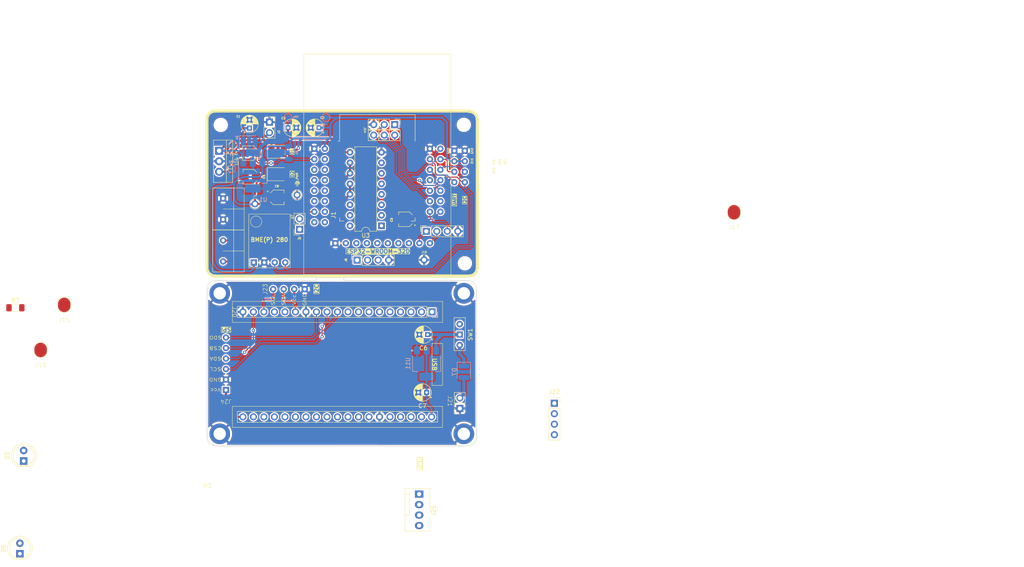
<source format=kicad_pcb>
(kicad_pcb (version 20240108) (generator "pcbnew") (generator_version "8.0")
  (layers (0 "F.Cu" signal) (31 "B.Cu" signal) (34 "B.Paste" user) (35 "F.Paste" user) (36 "B.SilkS" user "B.Silkscreen") (37 "F.SilkS" user "F.Silkscreen") (38 "B.Mask" user) (39 "F.Mask" user) (44 "Edge.Cuts" user))
  (net 0 "")
  (net 1 "GND")
  (net 2 "+3V3")
  (net 3 "+5V")
  (net 4 "/RXD")
  (net 5 "/TXD")
  (net 6 "/SDA")
  (net 7 "/GPIO_33")
  (net 8 "/SCL")
  (net 9 "/OUT3")
  (net 10 "/EN")
  (net 11 "/SOURCE2")
  (net 12 "/SOURCE1")
  (net 13 "/SOURCE3")
  (net 14 "/VDC")
  (net 15 "/DAC1")
  (net 16 "/DAC2")
  (net 17 "/GPIO39")
  (net 18 "/GPIO19")
  (net 19 "/GPIO17")
  (net 20 "/GPIO5")
  (net 21 "/GPIO18")
  (net 22 "/SD_DATA0")
  (net 23 "/ADC2_CH3")
  (net 24 "/SD_DATA3")
  (net 25 "/SD_CMD")
  (net 26 "/SD_CLK")
  (net 27 "/SD_DATA2")
  (net 28 "/SD_DATA1")
  (net 29 "/ADC2_CH0")
  (net 30 "/GPIO23")
  (net 31 "/GPIO36")
  (net 32 "/ADC2_CH2")
  (net 33 "/BOOT")
  (net 34 "/GPIO13")
  (net 35 "/SOURCE4")
  (net 36 "/SOURCE5")
  (net 37 "/SIPO_DATA")
  (net 38 "/SIPO_CLK")
  (net 39 "/SIPO_LATCH")
  (net 40 "/GPIO14")
  (net 41 "/OUT1")
  (net 42 "/VIN")
  (net 43 "Net-(D5-Pad1)")
  (net 44 "Net-(J15-Pin_1)")
  (net 45 "Net-(J19-Pin_1)")
  (net 46 "/OUT2")
  (net 58 "/ESP32-WROOM-32U Node/VIN")
  (net 63 "/ESP32-WROOM-32U Node/VDC")
  (net 74 "/ESP32-WROOM-32U Node/SPI-SDO")
  (net 75 "/ESP32-WROOM-32U Node/TX")
  (net 76 "Net-(D7-A)")
  (net 77 "/ESP32-WROOM-32U Node/SDA-2")
  (net 78 "/ESP32-WROOM-32U Node/SPI-CSB")
  (net 79 "/ESP32-WROOM-32U Node/SPI-SCL")
  (net 80 "/ESP32-WROOM-32U Node/SCL-2")
  (net 81 "/ESP32-WROOM-32U Node/RX")
  (net 82 "/ESP32-WROOM-32U Node/SPI-SDA")
  (net 84 "/ESP32-WROOM-32U Node/12V")
  (net 88 "/I3")
  (net 89 "/I6")
  (net 90 "Net-(U3-I6)")
  (net 92 "Net-(U3-I4)")
  (footprint "Capacitor_THT:CP_Radial_D4.0mm_P2.00mm" (layer "F.Cu") (at 107 44.2 180)
    (property "Reference" "C2")
    (property "Value" "1uF")
  )
  (footprint "LED_SMD:LED_1210_3225Metric_Pad1.42x2.65mm_HandSolder" (layer "F.Cu") (at 97 55.45)
    (property "Reference" "D2")
    (property "Value" "STATUS")
  )
  (footprint "Alexander Footprint Library:Board_65-40" (layer "F.Cu") (at 80 131.25)
    (property "Reference" "H3")
    (property "Value" "Project_Box_Board_65x40")
    (fp_line (start 0 -13) (end 0 -47) (stroke (width 0.05)) (layer "Edge.Cuts"))
    (fp_line (start 3 -50) (end 62 -50) (stroke (width 0.05)) (layer "Edge.Cuts"))
    (fp_line (start 62 -10) (end 3 -10) (stroke (width 0.05)) (layer "Edge.Cuts"))
    (fp_line (start 65 -47) (end 65 -13) (stroke (width 0.05)) (layer "Edge.Cuts"))
    (fp_arc (start 0 -47) (mid 0.87868 -49.12132) (end 3 -50) (stroke (width 0.05)) (layer "Edge.Cuts"))
    (fp_arc (start 3 -10) (mid 0.87868 -10.87868) (end 0 -13) (stroke (width 0.05)) (layer "Edge.Cuts"))
    (fp_arc (start 62 -50) (mid 64.12132 -49.12132) (end 65 -47) (stroke (width 0.05)) (layer "Edge.Cuts"))
    (fp_arc (start 65 -13) (mid 64.12132 -10.87868) (end 62 -10) (stroke (width 0.05)) (layer "Edge.Cuts"))
  )
  (footprint "Capacitor_SMD:CP_Elec_3x5.3" (layer "F.Cu") (at 90.3 50.35 180)
    (property "Reference" "C4")
    (property "Value" "0.1uF")
  )
  (footprint "Resistor_SMD:R_1206_3216Metric_Pad1.30x1.75mm_HandSolder" (layer "F.Cu") (at 33.612 87.7585)
    (property "Reference" "R7")
    (property "Value" "4K7")
  )
  (footprint "LED_THT:LED_D5.0mm" (layer "F.Cu") (at 34.7 147.25 90)
    (property "Reference" "D6")
    (property "Value" "LED_STATUS")
  )
  (footprint "Connector_PinSocket_2.54mm:PinSocket_1x04_P2.54mm_Vertical" (layer "F.Cu") (at 163.88 110.85)
    (property "Reference" "J22")
    (property "Value" "PWR_SATA_Conn_01x04")
  )
  (footprint "Alexander Footprint Library:Pad_1x01_P2.54_SMD" (layer "F.Cu") (at 39.712 102.098)
    (property "Reference" "J19")
    (property "Value" "LED_PWR")
  )
  (footprint "Alexanddr Footprints Library:ESP32-WROOM-Adapter-Socket-2" (layer "F.Cu") (at 121.1 56.9025)
    (property "Reference" "J1")
    (property "Value" "~")
  )
  (footprint "Alexander Footprint Library:Pad_1x01_P2.54_SMD" (layer "F.Cu") (at 45.412 91.198)
    (property "Reference" "J15")
    (property "Value" "LED_PWR")
  )
  (footprint "MountingHole:MountingHole_3mm" (layer "F.Cu") (at 142 43.5)
    (property "Reference" "H1" (hide yes))
    (property "Value" "MountingHole_Pad")
  )
  (footprint "MountingHole:MountingHole_3mm" (layer "F.Cu") (at 83.25 43.53)
    (property "Reference" "H2" (hide yes))
    (property "Value" "MountingHole_Pad")
  )
  (footprint "Alexander Footprints Library:Conn_Terminal_5mm" (layer "F.Cu") (at 83.82 53.69)
    (property "Reference" "J9" (hide yes))
    (property "Value" "Conn_01x02_Socket")
  )
  (footprint "Alexander Footprint Library:Pad_1x01_P2.54_SMD" (layer "F.Cu") (at 207.3 68.7895)
    (property "Reference" "J17")
    (property "Value" "GND")
  )
  (footprint "Connector:FanPinHeader_1x04_P2.54mm_Vertical" (layer "F.Cu") (at 131.2 132.83 -90)
    (property "Reference" "J25")
    (property "Value" "Conn_01x04_Pin")
  )
  (footprint "Capacitor_SMD:CP_Elec_3x5.3" (layer "F.Cu") (at 90.4 56.05 180)
    (property "Reference" "C9")
    (property "Value" "0.1uF")
  )
  (footprint "Capacitor_THT:CP_Radial_D4.0mm_P2.00mm" (layer "F.Cu") (at 133.25 94.25 180)
    (property "Reference" "C6")
    (property "Value" "1uF")
  )
  (footprint "Alexander Footprint Library:PinSocket_1x01_P2.54" (layer "F.Cu") (at 91.5 65.19)
    (property "Reference" "J7")
    (property "Value" "LED_PWR")
  )
  (footprint "Alexander Footprint Library:Conn_SPI" (layer "F.Cu") (at 84.5 112.74 180)
    (property "Reference" "J24")
    (property "Value" "~")
  )
  (footprint "Connector_PinSocket_2.54mm:PinSocket_1x02_P2.54mm_Vertical" (layer "F.Cu") (at 95.025 42.85)
    (property "Reference" "J2")
    (property "Value" "PWR")
  )
  (footprint "Connector_PinSocket_2.54mm:PinSocket_1x04_P2.54mm_Vertical" (layer "F.Cu") (at 116.2 76.225 90)
    (property "Reference" "J6")
    (property "Value" "SOURCE")
  )
  (footprint "Package_DIP:DIP-16_W7.62mm" (layer "F.Cu") (at 122.1 67.925 180)
    (property "Reference" "U3")
    (property "Value" "ULN2003")
  )
  (footprint "Connector_PinSocket_2.54mm:PinSocket_1x04_P2.54mm_Vertical" (layer "F.Cu") (at 132.92 69.25 90)
    (property "Reference" "J10" (hide yes))
    (property "Value" "ADC")
  )
  (footprint "Capacitor_SMD:CP_Elec_3x5.3" (layer "F.Cu") (at 128 66.35 180)
    (property "Reference" "C5")
    (property "Value" "0.1uF")
  )
  (footprint "Alexander Footprint Library:PinSocket_1x02_P2.54" (layer "F.Cu") (at 142.25 107 180)
    (property "Reference" "J21")
    (property "Value" "PWR")
  )
  (footprint "Capacitor_THT:CP_Radial_D4.0mm_P2.00mm" (layer "F.Cu") (at 99.5 44.2)
    (property "Reference" "C3")
    (property "Value" "1uF")
  )
  (footprint "Alexander Footprint Library:Conn_ESP32_WROOM-DevKit-38pins" (layer "F.Cu") (at 86.06 88.75 -90)
    (property "Reference" "J20")
    (property "Value" "~")
  )
  (footprint "Capacitor_SMD:CP_Elec_3x5.3" (layer "F.Cu") (at 96.8 61.05)
    (property "Reference" "C8")
    (property "Value" "10uF")
  )
  (footprint "Alexander Footprint Library:PinSocket_1x01_P2.54" (layer "F.Cu") (at 101.7 63.02)
    (property "Reference" "J18")
    (property "Value" "LED_PWR")
  )
  (footprint "Alexander Footprint Library:Conn_I2C" (layer "F.Cu") (at 111.16 83.25 -90)
    (property "Reference" "J23")
    (property "Value" "I2C")
  )
  (footprint "Connector_PinSocket_2.54mm:PinSocket_1x02_P2.54mm_Vertical" (layer "F.Cu") (at 102.3 68.79 180)
    (property "Reference" "J5")
    (property "Value" "DAC")
  )
  (footprint "Alexander Footprint Library:CONN_2x3" (layer "F.Cu") (at 130.38 43.45 -90)
    (property "Reference" "J14")
    (property "Value" "GPIO")
  )
  (footprint "Alexander Footprints Library:Conn_UART" (layer "F.Cu") (at 139.7 42.15)
    (property "Reference" "J3" (hide yes))
    (property "Value" "UART")
  )
  (footprint "Alexander Footprint Library:SW_Slide-03_7.3x2.5x2.5_P2.54mm" (layer "F.Cu") (at 141 94.25 -90)
    (property "Reference" "SW1")
    (property "Value" "SW_SPDT")
  )
  (footprint "Alexander Footprint Library:PinSocket_1x01_P2.54" (layer "F.Cu") (at 132.4 78.72)
    (property "Reference" "J16")
    (property "Value" "GND")
  )
  (footprint "Capacitor_THT:CP_Radial_D4.0mm_P2.00mm" (layer "F.Cu") (at 90.2 44.3 90)
    (property "Reference" "C1")
    (property "Value" "1uF")
  )
  (footprint "Alexander Footprint Library:BME280_BMP280_I2C" (layer "F.Cu") (at 90 78.1 90)
    (property "Reference" "U7")
    (property "Value" "BME(P)280")
  )
  (footprint "Capacitor_THT:CP_Radial_D4.0mm_P2.00mm" (layer "F.Cu") (at 133 108.25 180)
    (property "Reference" "C7")
    (property "Value" "1uF")
  )
  (footprint "Alexander Footprint Library:LD1117" (layer "F.Cu") (at 82.855 49.77 -90)
    (property "Reference" "U4")
    (property "Value" "L7805")
  )
  (footprint "Alexander Footprints Library:Conn_I2C" (layer "F.Cu") (at 142.24 42.15)
    (property "Reference" "J4" (hide yes))
    (property "Value" "I2C")
  )
  (footprint "LED_THT:LED_D5.0mm" (layer "F.Cu") (at 35.612 124.8335 90)
    (property "Reference" "D5")
    (property "Value" "LED_PWR")
  )
  (footprint "LED_SMD:LED_1210_3225Metric_Pad1.42x2.65mm_HandSolder" (layer "F.Cu") (at 97 50)
    (property "Reference" "D1")
    (property "Value" "PWR")
  )
  (footprint "MountingHole:MountingHole_3mm" (layer "F.Cu") (at 142.25 77)
    (property "Reference" "H4" (hide yes))
    (property "Value" "MountingHole_Pad")
  )
  (footprint "Alexander Footprints Library:Conn_Terminal_5mm" (layer "F.Cu") (at 83.82 63.85)
    (property "Reference" "J8" (hide yes))
    (property "Value" "Conn_01x02_Socket")
  )
  (footprint "TestPoint:TestPoint_Pad_D1.5mm" (layer "B.Cu") (at 99.5 41.75 180)
    (property "Reference" "TP4")
    (property "Value" "5V")
  )
  (footprint "TestPoint:TestPoint_Pad_D1.5mm" (layer "B.Cu") (at 108.7 41.75 180)
    (property "Reference" "TP3")
    (property "Value" "3V3")
  )
  (footprint "Diode_SMD:D_1210_3225Metric" (layer "B.Cu") (at 142 103.25 -90)
    (property "Reference" "D7")
    (property "Value" "D")
  )
  (footprint "Resistor_SMD:R_1206_3216Metric_Pad1.30x1.75mm_HandSolder" (layer "B.Cu") (at 99.7 50.25 -90)
    (property "Reference" "R1")
    (property "Value" "10K")
  )
  (footprint "Diode_SMD:D_1210_3225Metric" (layer "B.Cu") (at 90.1 47.75)
    (property "Reference" "D4")
    (property "Value" "D")
  )
  (footprint "TestPoint:TestPoint_Pad_D1.5mm" (layer "B.Cu") (at 86.2 48.45 180)
    (property "Reference" "TP1")
    (property "Value" "VIN")
  )
  (footprint "TestPoint:TestPoint_Pad_D1.5mm" (layer "B.Cu") (at 85.9 54.15 180)
    (property "Reference" "TP2")
    (property "Value" "GND")
  )
  (footprint "Package_TO_SOT_SMD:SOT-223-3_TabPin2" (layer "B.Cu") (at 91 55.75 -90)
    (property "Reference" "U1")
    (property "Value" "AMS1117-3V3")
  )
  (footprint "Package_TO_SOT_SMD:SOT-223-3_TabPin2" (layer "B.Cu") (at 133 101.25 -90)
    (property "Reference" "U11")
    (property "Value" "AMS1117-5.0")
  )
  (gr_line (start 145.25 42.11421) (end 145.25 78.085782) (stroke (width 0.75)) (layer "F.SilkS"))
  (gr_line (start 81.914218 40.164218) (end 143.08579 40.164218) (stroke (width 0.75)) (layer "F.SilkS"))
  (gr_arc (start 145.25 78.085782) (mid 144.66422 79.500007) (end 143.25 80.085782) (stroke (width 0.75)) (layer "F.SilkS"))
  (gr_line (start 79.914218 42.11421) (end 79.914218 78.085782) (stroke (width 0.75)) (layer "F.SilkS"))
  (gr_arc (start 81.914218 80.085782) (mid 80.499999 79.500001) (end 79.914218 78.085782) (stroke (width 0.75)) (layer "F.SilkS"))
  (gr_arc (start 143.25 40.25) (mid 144.664214 40.835786) (end 145.25 42.25) (stroke (width 0.75)) (layer "F.SilkS"))
  (gr_arc (start 79.914218 42.164218) (mid 80.499999 40.749999) (end 81.914218 40.164218) (stroke (width 0.75)) (layer "F.SilkS"))
  (gr_line (start 81.914214 80.085782) (end 143.085786 80.085782) (stroke (width 0.75)) (layer "F.SilkS"))
  (gr_line (start 82.014214 80.235786) (end 106.4 80.25) (stroke (width 0.1)) (layer "Edge.Cuts"))
  (gr_line (start 80 42.25) (end 80.014214 78.235786) (stroke (width 0.1)) (layer "Edge.Cuts"))
  (gr_arc (start 79.921321 83.157107) (mid 80.507106 81.742896) (end 81.921321 81.157107) (stroke (width 0.1)) (layer "Edge.Cuts"))
  (gr_line (start 81.921321 121.128679) (end 143.107107 121.142893) (stroke (width 0.1)) (layer "Edge.Cuts"))
  (gr_arc (start 81.921321 121.128679) (mid 80.507101 120.542899) (end 79.921321 119.128679) (stroke (width 0.1)) (layer "Edge.Cuts"))
  (gr_line (start 143.092893 81.157107) (end 113 81.15) (stroke (width 0.1)) (layer "Edge.Cuts"))
  (gr_arc (start 145.107107 119.142893) (mid 144.521321 120.557107) (end 143.107107 121.142893) (stroke (width 0.1)) (layer "Edge.Cuts"))
  (gr_line (start 106.4 81.15) (end 81.921321 81.157107) (stroke (width 0.1)) (layer "Edge.Cuts"))
  (gr_arc (start 143.185786 40.264214) (mid 144.600004 40.849996) (end 145.185786 42.264214) (stroke (width 0.1)) (layer "Edge.Cuts"))
  (gr_line (start 113 80.25) (end 143.185786 80.235786) (stroke (width 0.1)) (layer "Edge.Cuts"))
  (gr_arc (start 82.014214 80.235786) (mid 80.599996 79.650004) (end 80.014214 78.235786) (stroke (width 0.1)) (layer "Edge.Cuts"))
  (gr_line (start 145.185786 42.264214) (end 145.185786 78.235786) (stroke (width 0.1)) (layer "Edge.Cuts"))
  (gr_arc (start 80 42.25) (mid 80.585786 40.835786) (end 82 40.25) (stroke (width 0.1)) (layer "Edge.Cuts"))
  (gr_line (start 145.107107 119.142893) (end 145.092893 83.157107) (stroke (width 0.1)) (layer "Edge.Cuts"))
  (gr_line (start 79.921321 119.128679) (end 79.921321 83.157107) (stroke (width 0.1)) (layer "Edge.Cuts"))
  (gr_line (start 106.4 81.15) (end 106.4 80.25) (stroke (width 0.1)) (layer "Edge.Cuts"))
  (gr_arc (start 145.185786 78.235786) (mid 144.600004 79.650004) (end 143.185786 80.235786) (stroke (width 0.1)) (layer "Edge.Cuts"))
  (gr_arc (start 143.092893 81.157107) (mid 144.507112 81.742888) (end 145.092893 83.157107) (stroke (width 0.1)) (layer "Edge.Cuts"))
  (gr_line (start 113 81.15) (end 113 80.25) (stroke (width 0.1)) (layer "Edge.Cuts"))
  (gr_line (start 143.185786 40.264214) (end 82 40.25) (stroke (width 0.1)) (layer "Edge.Cuts"))
  (gr_text "PWR" (at 132 127.25 90) (layer "F.SilkS" knockout) (effects (font (size 1 1) (thickness 0.25) (bold yes)) (justify left bottom)))
  (segment (start 84.21 66) (end 83.82 66.39) (width 0.5) (layer "F.Cu") (net 1))
  (segment (start 95.5 54.8625) (end 95.5125 54.85) (width 0.25) (layer "F.Cu") (net 1))
  (segment (start 95.5 55.4625) (end 95.5125 55.45) (width 0.25) (layer "F.Cu") (net 1))
  (segment (start 91.5 59.65) (end 91.9 59.25) (width 0.5) (layer "F.Cu") (net 2))
  (segment (start 101.15 50) (end 102 49.15) (width 0.5) (layer "F.Cu") (net 2))
  (segment (start 84.5 107.66) (end 84.5 112.25) (width 0.5) (layer "F.Cu") (net 2))
  (segment (start 87.75 85.75) (end 100 85.75) (width 0.5) (layer "F.Cu") (net 2))
  (segment (start 94.63 62.62) (end 91.5 62.62) (width 0.5) (layer "F.Cu") (net 2))
  (segment (start 101 84.75) (end 101 83.25) (width 0.5) (layer "F.Cu") (net 2))
  (segment (start 88.6 114.15) (end 86.4 114.15) (width 0.5) (layer "F.Cu") (net 2))
  (segment (start 84.5 112.25) (end 85.25 113) (width 0.5) (layer "F.Cu") (net 2))
  (segment (start 91.9 59.25) (end 91.9 56.05) (width 0.5) (layer "F.Cu") (net 2))
  (segment (start 98.4875 50) (end 101.15 50) (width 0.5) (layer "F.Cu") (net 2))
  (segment (start 95.3 61.05) (end 95.3 61.95) (width 0.5) (layer "F.Cu") (net 2))
  (segment (start 95.3 61.95) (end 94.63 62.62) (width 0.5) (layer "F.Cu") (net 2))
  (segment (start 82.25 110) (end 82.25 91.25) (width 0.5) (layer "F.Cu") (net 2))
  (segment (start 91.5 62.62) (end 91.5 59.65) (width 0.5) (layer "F.Cu") (net 2))
  (segment (start 82.25 91.25) (end 87.75 85.75) (width 0.5) (layer "F.Cu") (net 2))
  (segment (start 86.4 114.15) (end 85.25 113) (width 0.5) (layer "F.Cu") (net 2))
  (segment (start 100 85.75) (end 101 84.75) (width 0.5) (layer "F.Cu") (net 2))
  (segment (start 85.25 113) (end 82.25 110) (width 0.5) (layer "F.Cu") (net 2))
  (via (at 102 49.15) (size 0.8) (drill 0.4) (layers "F.Cu" "B.Cu") (net 2))
  (segment (start 96.075 48.7) (end 97.525 48.7) (width 0.5) (layer "B.Cu") (net 2))
  (segment (start 108.4 49.2825) (end 108.4 47.85) (width 0.5) (layer "B.Cu") (net 2))
  (segment (start 109.408578 44.2) (end 107 44.2) (width 0.5) (layer "B.Cu") (net 2))
  (segment (start 109.5 46.75) (end 109.75 46.5) (width 0.5) (layer "B.Cu") (net 2))
  (segment (start 81.3 75.997918) (end 81.3 59.75104) (width 0.5) (layer "B.Cu") (net 2))
  (segment (start 93.3 54.905025) (end 93.3 52.6) (width 0.5) (layer "B.Cu") (net 2))
  (segment (start 100 48.7) (end 100 48.03033) (width 0.5) (layer "B.Cu") (net 2))
  (segment (start 137.9 51.55) (end 138.66 52.31) (width 0.5) (layer "B.Cu") (net 2))
  (segment (start 84.202081 78.9) (end 89.990883 78.9) (width 0.5) (layer "B.Cu") (net 2))
  (segment (start 109.75 45) (end 109.75 44.141421) (width 0.5) (layer "B.Cu") (net 2))
  (segment (start 103 46.75) (end 101.28033 46.75) (width 0.5) (layer "B.Cu") (net 2))
  (segment (start 109.75 43.858578) (end 109.75 44.141421) (width 0.5) (layer "B.Cu") (net 2))
  (segment (start 138.66 52.31) (end 139.7 52.31) (width 0.5) (layer "B.Cu") (net 2))
  (segment (start 139.7 52.31) (end 142.24 52.31) (width 0.5) (layer "B.Cu") (net 2))
  (segment (start 129.1 41.75) (end 136.8 41.75) (width 0.5) (layer "B.Cu") (net 2))
  (segment (start 112.31066 41.75) (end 129.1 41.75) (width 0.5) (layer "B.Cu") (net 2))
  (segment (start 88.207106 62.75) (end 91.5 62.75) (width 0.5) (layer "B.Cu") (net 2))
  (segment (start 86.5 61.042893) (end 86.5 57.5) (width 0.5) (layer "B.Cu") (net 2))
  (segment (start 103 46.75) (end 109.5 46.75) (width 0.5) (layer "B.Cu") (net 2))
  (segment (start 137.9 42.85) (end 137.9 51.55) (width 0.5) (layer "B.Cu") (net 2))
  (segment (start 91.22 77.670883) (end 91.22 76.8) (width 0.5) (layer "B.Cu") (net 2))
  (segment (start 89.455634 56.1) (end 92.105025 56.1) (width 0.5) (layer "B.Cu") (net 2))
  (segment (start 96.075 48.7) (end 95.177817 48.7) (width 0.5) (layer "B.Cu") (net 2))
  (segment (start 136.8 41.75) (end 137.9 42.85) (width 0.5) (layer "B.Cu") (net 2))
  (segment (start 108.4 47.85) (end 109.75 46.5) (width 0.5) (layer "B.Cu") (net 2))
  (segment (start 109.75 46.5) (end 109.75 45) (width 0.5) (layer "B.Cu") (net 2))
  (segment (start 110.015165 42.984834) (end 110.5 42.5) (width 0.5) (layer "B.Cu") (net 2))
  (segment (start 102 47.75) (end 103 46.75) (width 0.5) (layer "B.Cu") (net 2))
  (segment (start 109.75 43.858578) (end 109.75 43.625) (width 0.5) (layer "B.Cu") (net 2))
  (segment (start 93.3 52.6) (end 93.3 50.577817) (width 0.5) (layer "B.Cu") (net 2))
  (segment (start 82.75104 58.3) (end 84.144365 58.3) (width 0.5) (layer "B.Cu") (net 2))
  (segment (start 102 49.15) (end 102 47.75) (width 0.5) (layer "B.Cu") (net 2))
  (segment (start 129.3 41.75) (end 129.1 41.75) (width 0.5) (layer "B.Cu") (net 2))
  (segment (start 108.7 41.75) (end 112.31066 41.75) (width 0.5) (layer "B.Cu") (net 2))
  (segment (start 100 48.7) (end 97.525 48.7) (width 0.5) (layer "B.Cu") (net 2))
  (arc (start 93.3 54.905025) (mid 93.209037 55.362322) (end 92.95 55.75) (width 0.5) (layer "B.Cu") (net 2))
  (arc (start 86.8 57.2) (mid 85.581584 58.014119) (end 84.144365 58.3) (width 0.5) (layer "B.Cu") (net 2))
  (arc (start 89.455634 56.1) (mid 88.018415 56.38588) (end 86.8 57.2) (width 0.5) (layer "B.Cu") (net 2))
  (arc (start 86.5 61.042893) (mid 86.629945 61.696174) (end 87 62.25) (width 0.5) (layer "B.Cu") (net 2))
  (arc (start 82.75104 58.3) (mid 82.195751 58.410453) (end 81.725 58.725) (width 0.5) (layer "B.Cu") (net 2))
  (arc (start 92.95 55.75) (mid 92.562322 56.009037) (end 92.105025 56.1) (width 0.5) (layer "B.Cu") (net 2))
  (arc (start 109.75 43.625) (mid 109.818914 43.278544) (end 110.015165 42.984834) (width 0.5) (layer "B.Cu") (net 2))
  (arc (start 95.177817 48.7) (mid 94.459207 48.84294) (end 93.85 49.25) (width 0.5) (layer "B.Cu") (net 2))
  (arc (start 82.15 78.05) (mid 83.091502 78.679092) (end 84.202081 78.9) (width 0.5) (layer "B.Cu") (net 2))
  (arc (start 109.75 44.141421) (mid 109.713838 44.087301) (end 109.65 44.1) (width 0.5) (layer "B.Cu") (net 2))
  (arc (start 93.85 49.25) (mid 93.44294 49.859207) (end 93.3 50.577817) (width 0.5) (layer "B.Cu") (net 2))
  (arc (start 90.86 78.54) (mid 90.461245 78.806439) (end 89.990883 78.9) (width 0.5) (layer "B.Cu") (net 2))
  (arc (start 109.65 44.1) (mid 109.539234 44.17401) (end 109.408578 44.2) (width 0.5) (layer "B.Cu") (net 2))
  (arc (start 87 62.25) (mid 87.553825 62.620054) (end 88.207106 62.75) (width 0.5) (layer "B.Cu") (net 2))
  (arc (start 81.725 58.725) (mid 81.410453 59.195751) (end 81.3 59.75104) (width 0.5) (layer "B.Cu") (net 2))
  (arc (start 101.28033 46.75) (mid 100.790368 46.847459) (end 100.375 47.125) (width 0.5) (layer "B.Cu") (net 2))
  (arc (start 91.22 77.670883) (mid 91.126439 78.141245) (end 90.86 78.54) (width 0.5) (layer "B.Cu") (net 2))
  (arc (start 110.5 42.5) (mid 111.330737 41.944918) (end 112.31066 41.75) (width 0.5) (layer "B.Cu") (net 2))
  (arc (start 109.65 44.1) (mid 109.72401 43.989234) (end 109.75 43.858578) (width 0.5) (layer "B.Cu") (net 2))
  (arc (start 100.375 47.125) (mid 100.097459 47.540368) (end 100 48.03033) (width 0.5) (layer "B.Cu") (net 2))
  (arc (start 81.3 75.997918) (mid 81.520907 77.108496) (end 82.15 78.05) (width 0.5) (layer "B.Cu") (net 2))
  (segment (start 99.5 45.693413) (end 99.5 44.2) (width 0.5) (layer "F.Cu") (net 3))
  (segment (start 111.2 46.85) (end 100.365867 46.85) (width 0.5) (layer "F.Cu") (net 3))
  (segment (start 98.6375 46.9625) (end 99.2125 46.3875) (width 0.5) (layer "F.Cu") (net 3))
  (segment (start 100.365867 46.85) (end 99.465867 45.95) (width 0.5) (layer "F.Cu") (net 3))
  (segment (start 112 47.65) (end 111.2 46.85) (width 0.5) (layer "F.Cu") (net 3))
  (segment (start 112 49.15) (end 112 47.65) (width 0.5) (layer "F.Cu") (net 3))
  (segment (start 88.1 47.25) (end 97.943413 47.25) (width 0.5) (layer "F.Cu") (net 3))
  (segment (start 84.9 54.85) (end 85.4 54.35) (width 0.5) (layer "F.Cu") (net 3))
  (segment (start 85.4 54.35) (end 85.4 49.95) (width 0.5) (layer "F.Cu") (net 3))
  (segment (start 114.48 50.145) (end 112.995 50.145) (width 0.5) (layer "F.Cu") (net 3))
  (segment (start 112.995 50.145) (end 112 49.15) (width 0.5) (layer "F.Cu") (net 3))
  (segment (start 82.855 54.85) (end 84.9 54.85) (width 0.5) (layer "F.Cu") (net 3))
  (segment (start 85.4 49.95) (end 88.1 47.25) (width 0.5) (layer "F.Cu") (net 3))
  (arc (start 97.943413 47.25) (mid 98.31905 47.175281) (end 98.6375 46.9625) (width 0.5) (layer "F.Cu") (net 3))
  (arc (start 99.5 45.693413) (mid 99.425281 46.06905) (end 99.2125 46.3875) (width 0.5) (layer "F.Cu") (net 3))
  (segment (start 133 98.1) (end 133 104.4) (width 0.5) (layer "B.Cu") (net 3))
  (segment (start 133 108.25) (end 133 104.4) (width 0.5) (layer "B.Cu") (net 3))
  (segment (start 133 111) (end 133 108.25) (width 0.5) (layer "B.Cu") (net 3))
  (segment (start 134.21 114.15) (end 134.21 112.21) (width 0.5) (layer "B.Cu") (net 3))
  (segment (start 134.21 112.21) (end 133 111) (width 0.5) (layer "B.Cu") (net 3))
  (segment (start 99.5 42.25) (end 99.5 44.2) (width 0.25) (layer "B.Cu") (net 3))
  (segment (start 139.7 57.35) (end 139.7 57.39) (width 0.25) (layer "F.Cu") (net 4))
  (segment (start 140.3 57.45) (end 139.3 57.45) (width 0.25) (layer "F.Cu") (net 4))
  (segment (start 139.04 57.39) (end 139.7 57.39) (width 0.25) (layer "F.Cu") (net 4))
  (segment (start 137.96 55.65) (end 139.7 57.39) (width 0.25) (layer "B.Cu") (net 4))
  (segment (start 133.8 54.3625) (end 135.0875 55.65) (width 0.25) (layer "B.Cu") (net 4))
  (segment (start 135.0875 55.65) (end 137.96 55.65) (width 0.25) (layer "B.Cu") (net 4))
  (segment (start 138 52.25) (end 137.5725 51.8225) (width 0.25) (layer "F.Cu") (net 5))
  (segment (start 139.7 54.85) (end 138.3 54.85) (width 0.25) (layer "F.Cu") (net 5))
  (segment (start 137.5725 51.8225) (end 136.34 51.8225) (width 0.25) (layer "F.Cu") (net 5))
  (segment (start 138 54.55) (end 138 52.25) (width 0.25) (layer "F.Cu") (net 5))
  (segment (start 138.3 54.85) (end 138 54.55) (width 0.25) (layer "F.Cu") (net 5))
  (segment (start 139.7 54.85) (end 139.5 54.85) (width 0.25) (layer "F.Cu") (net 5))
  (segment (start 142.24 54.85) (end 142.24 55.51) (width 0.25) (layer "F.Cu") (net 6))
  (segment (start 98.84 76.8) (end 98.84 78.09) (width 0.25) (layer "B.Cu") (net 6))
  (segment (start 141 57.95) (end 141 56.09) (width 0.25) (layer "B.Cu") (net 6))
  (segment (start 140.990501 53.600501) (end 142.24 54.85) (width 0.25) (layer "B.Cu") (net 6))
  (segment (start 136.34 54.3625) (end 137.101999 53.600501) (width 0.25) (layer "B.Cu") (net 6))
  (segment (start 143.281802 72.781802) (end 143.55 72.513604) (width 0.25) (layer "B.Cu") (net 6))
  (segment (start 99.4 78.65) (end 130.7 78.65) (width 0.25) (layer "B.Cu") (net 6))
  (segment (start 130.7 78.65) (end 134.55 78.65) (width 0.25) (layer "B.Cu") (net 6))
  (segment (start 143.55 72.513604) (end 143.55 60.5) (width 0.25) (layer "B.Cu") (net 6))
  (segment (start 143.55 60.5) (end 141 57.95) (width 0.25) (layer "B.Cu") (net 6))
  (segment (start 140.418198 72.781802) (end 143.281802 72.781802) (width 0.25) (layer "B.Cu") (net 6))
  (segment (start 98.84 78.09) (end 99.4 78.65) (width 0.25) (layer "B.Cu") (net 6))
  (segment (start 141 56.09) (end 142.24 54.85) (width 0.25) (layer "B.Cu") (net 6))
  (segment (start 137.101999 53.600501) (end 140.990501 53.600501) (width 0.25) (layer "B.Cu") (net 6))
  (segment (start 134.55 78.65) (end 140.418198 72.781802) (width 0.25) (layer "B.Cu") (net 6))
  (segment (start 135.1 55.15) (end 135.6 55.65) (width 0.25) (layer "F.Cu") (net 8))
  (segment (start 133.8 51.8225) (end 135.1 53.1225) (width 0.25) (layer "F.Cu") (net 8))
  (segment (start 141.603604 57.39) (end 142.24 57.39) (width 0.25) (layer "F.Cu") (net 8))
  (segment (start 137.3 55.65) (end 137.8 56.15) (width 0.25) (layer "F.Cu") (net 8))
  (segment (start 135.1 53.1225) (end 135.1 55.15) (width 0.25) (layer "F.Cu") (net 8))
  (segment (start 135.6 55.65) (end 137.3 55.65) (width 0.25) (layer "F.Cu") (net 8))
  (segment (start 140.363604 56.15) (end 141.603604 57.39) (width 0.25) (layer "F.Cu") (net 8))
  (segment (start 137.8 56.15) (end 140.363604 56.15) (width 0.25) (layer "F.Cu") (net 8))
  (segment (start 142.24 58.553604) (end 142.24 57.39) (width 0.25) (layer "B.Cu") (net 8))
  (segment (start 144 72.7) (end 144 60.313604) (width 0.25) (layer "B.Cu") (net 8))
  (segment (start 134.8 79.1) (end 140.6 73.3) (width 0.25) (layer "B.Cu") (net 8))
  (segment (start 140.6 73.3) (end 143.4 73.3) (width 0.25) (layer "B.Cu") (net 8))
  (segment (start 96.3 76.8) (end 96.3 78.45) (width 0.25) (layer "B.Cu") (net 8))
  (segment (start 143.4 73.3) (end 144 72.7) (width 0.25) (layer "B.Cu") (net 8))
  (segment (start 96.3 78.45) (end 96.95 79.1) (width 0.25) (layer "B.Cu") (net 8))
  (segment (start 144 60.313604) (end 142.24 58.553604) (width 0.25) (layer "B.Cu") (net 8))
  (segment (start 96.95 79.1) (end 134.8 79.1) (width 0.25) (layer "B.Cu") (net 8))
  (segment (start 92.3 52.75) (end 91.8 52.25) (width 0.25) (layer "F.Cu") (net 10))
  (segment (start 91.8 52.25) (end 91.8 50.35) (width 0.25) (layer "F.Cu") (net 10))
  (segment (start 95.4 52.75) (end 92.3 52.75) (width 0.25) (layer "F.Cu") (net 10))
  (via (at 95.4 52.75) (size 0.8) (drill 0.4) (layers "F.Cu" "B.Cu") (net 10))
  (segment (start 95.4 52.75) (end 96.7 52.75) (width 0.25) (layer "B.Cu") (net 10))
  (segment (start 101.4 51.8) (end 101.45 51.8) (width 0.25) (layer "B.Cu") (net 10))
  (segment (start 105.86 51.8225) (end 101.4225 51.8225) (width 0.25) (layer "B.Cu") (net 10))
  (segment (start 99.7 51.8) (end 101.4 51.8) (width 0.25) (layer "B.Cu") (net 10))
  (segment (start 97.65 51.8) (end 99.7 51.8) (width 0.25) (layer "B.Cu") (net 10))
  (segment (start 101.4225 51.8225) (end 101.4 51.8) (width 0.25) (layer "B.Cu") (net 10))
  (segment (start 96.7 52.75) (end 97.65 51.8) (width 0.25) (layer "B.Cu") (net 10))
  (segment (start 111.2 66.85) (end 111.2 58.505) (width 0.5) (layer "F.Cu") (net 11))
  (segment (start 111.2 58.505) (end 114.48 55.225) (width 0.5) (layer "F.Cu") (net 11))
  (segment (start 83.82 71.47) (end 86.37 71.47) (width 0.5) (layer "F.Cu") (net 11))
  (segment (start 114.48 55.225) (end 114.48 52.685) (width 0.5) (layer "F.Cu") (net 11))
  (segment (start 86.37 71.47) (end 88 73.1) (width 0.5) (layer "F.Cu") (net 11))
  (segment (start 104.95 73.1) (end 111.2 66.85) (width 0.5) (layer "F.Cu") (net 11))
  (segment (start 88 73.1) (end 104.95 73.1) (width 0.5) (layer "F.Cu") (net 11))
  (segment (start 83.82 76.55) (end 86.275 76.55) (width 0.5) (layer "F.Cu") (net 12))
  (segment (start 104.8 74.75) (end 112.2 67.35) (width 0.5) (layer "F.Cu") (net 12))
  (segment (start 112.2 62.585) (end 114.48 60.305) (width 0.5) (layer "F.Cu") (net 12))
  (segment (start 86.275 76.55) (end 88.075 74.75) (width 0.5) (layer "F.Cu") (net 12))
  (segment (start 114.48 60.305) (end 114.48 57.765) (width 0.5) (layer "F.Cu") (net 12))
  (segment (start 112.2 67.35) (end 112.2 62.585) (width 0.5) (layer "F.Cu") (net 12))
  (segment (start 88.075 74.75) (end 104.8 74.75) (width 0.5) (layer "F.Cu") (net 12))
  (segment (start 95.025 45.425) (end 92.7 47.75) (width 0.5) (layer "B.Cu") (net 14))
  (segment (start 92.7 47.75) (end 91.5 47.75) (width 0.5) (layer "B.Cu") (net 14))
  (segment (start 95.025 45.39) (end 95.025 45.425) (width 0.5) (layer "B.Cu") (net 14))
  (segment (start 132.5 58.15) (end 135.0925 58.15) (width 0.25) (layer "F.Cu") (net 18))
  (segment (start 131.3 56.95) (end 132.5 58.15) (width 0.25) (layer "F.Cu") (net 18))
  (segment (start 135.0925 58.15) (end 136.34 56.9025) (width 0.25) (layer "F.Cu") (net 18))
  (via (at 131.3 56.95) (size 0.8) (drill 0.4) (layers "F.Cu" "B.Cu") (net 18))
  (segment (start 129.636396 56.95) (end 127.25 54.563604) (width 0.25) (layer "B.Cu") (net 18))
  (segment (start 127.25 49.7) (end 125.3 47.75) (width 0.25) (layer "B.Cu") (net 18))
  (segment (start 125.3 47.75) (end 125.3 45.99) (width 0.25) (layer "B.Cu") (net 18))
  (segment (start 127.25 54.563604) (end 127.25 49.7) (width 0.25) (layer "B.Cu") (net 18))
  (segment (start 131.3 56.95) (end 129.636396 56.95) (width 0.25) (layer "B.Cu") (net 18))
  (segment (start 130.8 59.05) (end 129.7 59.05) (width 0.25) (layer "B.Cu") (net 19))
  (segment (start 123.255812 47.615) (end 121.865 47.615) (width 0.25) (layer "B.Cu") (net 19))
  (segment (start 133.7325 61.9825) (end 130.8 59.05) (width 0.25) (layer "B.Cu") (net 19))
  (segment (start 133.8 61.9825) (end 133.7325 61.9825) (width 0.25) (layer "B.Cu") (net 19))
  (segment (start 121.865 47.615) (end 120.24 45.99) (width 0.25) (layer "B.Cu") (net 19))
  (segment (start 129.7 59.05) (end 125.7 55.05) (width 0.25) (layer "B.Cu") (net 19))
  (segment (start 125.7 50.059188) (end 123.255812 47.615) (width 0.25) (layer "B.Cu") (net 19))
  (segment (start 125.7 55.05) (end 125.7 50.059188) (width 0.25) (layer "B.Cu") (net 19))
  (segment (start 120.24 45.99) (end 120.22 45.99) (width 0.25) (layer "B.Cu") (net 19))
  (segment (start 130.2 58.15) (end 135.0475 58.15) (width 0.25) (layer "B.Cu") (net 20))
  (segment (start 126.8 54.75) (end 130.2 58.15) (width 0.25) (layer "B.Cu") (net 20))
  (segment (start 122.903604 45.99) (end 126.8 49.886396) (width 0.25) (layer "B.Cu") (net 20))
  (segment (start 135.0475 58.15) (end 136.34 59.4425) (width 0.25) (layer "B.Cu") (net 20))
  (segment (start 122.76 45.99) (end 122.903604 45.99) (width 0.25) (layer "B.Cu") (net 20))
  (segment (start 126.8 49.886396) (end 126.8 54.75) (width 0.25) (layer "B.Cu") (net 20))
  (segment (start 126.35 55.063604) (end 126.35 50.072792) (width 0.25) (layer "B.Cu") (net 21))
  (segment (start 126.35 50.072792) (end 123.442208 47.165) (width 0.25) (layer "B.Cu") (net 21))
  (segment (start 123.442208 47.165) (end 122.051396 47.165) (width 0.25) (layer "B.Cu") (net 21))
  (segment (start 121.5 46.613604) (end 121.5 44.71) (width 0.25) (layer "B.Cu") (net 21))
  (segment (start 129.886396 58.6) (end 126.35 55.063604) (width 0.25) (layer "B.Cu") (net 21))
  (segment (start 121.5 44.71) (end 122.76 43.45) (width 0.25) (layer "B.Cu") (net 21))
  (segment (start 132.9575 58.6) (end 129.886396 58.6) (width 0.25) (layer "B.Cu") (net 21))
  (segment (start 133.8 59.4425) (end 132.9575 58.6) (width 0.25) (layer "B.Cu") (net 21))
  (segment (start 122.051396 47.165) (end 121.5 46.613604) (width 0.25) (layer "B.Cu") (net 21))
  (segment (start 131.26 70.91) (end 132.92 69.25) (width 0.25) (layer "B.Cu") (net 23))
  (segment (start 131.26 72.1425) (end 131.26 70.91) (width 0.25) (layer "B.Cu") (net 23))
  (segment (start 137.3 66.95) (end 134.8 66.95) (width 0.25) (layer "B.Cu") (net 29))
  (segment (start 138 69.25) (end 138 67.65) (width 0.25) (layer "B.Cu") (net 29))
  (segment (start 138 67.65) (end 137.3 66.95) (width 0.25) (layer "B.Cu") (net 29))
  (segment (start 134.8 66.95) (end 133.8 65.95) (width 0.25) (layer "B.Cu") (net 29))
  (segment (start 133.8 65.95) (end 133.8 64.5225) (width 0.25) (layer "B.Cu") (net 29))
  (segment (start 128.672792 55.35) (end 130.8 55.35) (width 0.25) (layer "B.Cu") (net 30))
  (segment (start 126.7 44.85) (end 126.7 48.45) (width 0.25) (layer "B.Cu") (net 30))
  (segment (start 126.7 48.45) (end 127.7 49.45) (width 0.25) (layer "B.Cu") (net 30))
  (segment (start 125.3 43.45) (end 126.7 44.85) (width 0.25) (layer "B.Cu") (net 30))
  (segment (start 135.1 50.5225) (end 136.34 49.2825) (width 0.25) (layer "B.Cu") (net 30))
  (segment (start 133 53.15) (end 134.1 53.15) (width 0.25) (layer "B.Cu") (net 30))
  (segment (start 127.7 49.45) (end 127.7 54.377208) (width 0.25) (layer "B.Cu") (net 30))
  (segment (start 130.8 55.35) (end 133 53.15) (width 0.25) (layer "B.Cu") (net 30))
  (segment (start 127.7 54.377208) (end 128.672792 55.35) (width 0.25) (layer "B.Cu") (net 30))
  (segment (start 135.1 52.15) (end 135.1 50.5225) (width 0.25) (layer "B.Cu") (net 30))
  (segment (start 134.1 53.15) (end 135.1 52.15) (width 0.25) (layer "B.Cu") (net 30))
  (segment (start 135.46 70.4825) (end 133.8 72.1425) (width 0.25) (layer "B.Cu") (net 32))
  (segment (start 135.46 69.25) (end 135.46 70.4825) (width 0.25) (layer "B.Cu") (net 32))
  (segment (start 129.5 66.35) (end 134.5125 66.35) (width 0.25) (layer "F.Cu") (net 33))
  (segment (start 134.5125 66.35) (end 136.34 64.5225) (width 0.25) (layer "F.Cu") (net 33))
  (segment (start 101.7 56.05) (end 101.7 62.65) (width 0.25) (layer "F.Cu") (net 40))
  (segment (start 101.7 62.65) (end 103.6 64.55) (width 0.25) (layer "F.Cu") (net 40))
  (segment (start 105.8325 64.55) (end 105.86 64.5225) (width 0.25) (layer "F.Cu") (net 40))
  (segment (start 98.4875 55.45) (end 101.1 55.45) (width 0.25) (layer "F.Cu") (net 40))
  (segment (start 103.6 64.55) (end 105.8325 64.55) (width 0.25) (layer "F.Cu") (net 40))
  (segment (start 101.1 55.45) (end 101.7 56.05) (width 0.25) (layer "F.Cu") (net 40))
  (segment (start 82.98 49.77) (end 82.855 49.77) (width 0.5) (layer "F.Cu") (net 42))
  (segment (start 90.2 44.3) (end 88.45 44.3) (width 0.5) (layer "F.Cu") (net 42))
  (segment (start 88.45 44.3) (end 82.98 49.77) (width 0.5) (layer "F.Cu") (net 42))
  (segment (start 88.7 50.546446) (end 88.7 51.253553) (width 0.5) (layer "B.Cu") (net 42))
  (segment (start 88.7 45.153553) (end 88.7 47.4) (width 0.5) (layer "B.Cu") (net 42))
  (segment (start 86.2 49.11) (end 86.2 48.45) (width 0.25) (layer "B.Cu") (net 42))
  (segment (start 88.45 50.65) (end 88.2 50.4) (width 0.5) (layer "B.Cu") (net 42))
  (segment (start 88.7 50.546446) (end 88.7 47.4) (width 0.5) (layer "B.Cu") (net 42))
  (segment (start 88.45 50.65) (end 88.054368 50.254368) (width 0.5) (layer "B.Cu") (net 42))
  (segment (start 89.553553 44.3) (end 90.2 44.3) (width 0.5) (layer "B.Cu") (net 42))
  (segment (start 88.7 51.253553) (end 88.7 52.6) (width 0.5) (layer "B.Cu") (net 42))
  (segment (start 86.86 49.77) (end 85.54 49.77) (width 0.5) (layer "B.Cu") (net 42))
  (segment (start 86.885 49.77) (end 86.86 49.77) (width 0.5) (layer "B.Cu") (net 42))
  (segment (start 85.54 49.77) (end 82.855 49.77) (width 0.5) (layer "B.Cu") (net 42))
  (arc (start 89.553553 44.3) (mid 89.226912 44.364972) (end 88.95 44.55) (width 0.5) (layer "B.Cu") (net 42))
  (arc (start 86.2 49.11) (mid 86.393309 49.57669) (end 86.86 49.77) (width 0.25) (layer "B.Cu") (net 42))
  (arc (start 88.7 51.253553) (mid 88.635027 50.926912) (end 88.45 50.65) (width 0.5) (layer "B.Cu") (net 42))
  (arc (start 88.45 50.65) (mid 88.45 50.65) (end 88.45 50.65) (width 0.5) (layer "B.Cu") (net 42))
  (arc (start 88.45 50.65) (mid 88.609596 50.681745) (end 88.7 50.546446) (width 0.5) (layer "B.Cu") (net 42))
  (arc (start 88.054368 50.254368) (mid 87.517857 49.895883) (end 86.885 49.77) (width 0.5) (layer "B.Cu") (net 42))
  (arc (start 88.95 44.55) (mid 88.764972 44.826912) (end 88.7 45.153553) (width 0.5) (layer "B.Cu") (net 42))
  (segment (start 141 94.25) (end 136.75 94.25) (width 0.8) (layer "B.Cu") (net 58))
  (segment (start 136.75 94.25) (end 133.25 94.25) (width 0.8) (layer "B.Cu") (net 58))
  (segment (start 135.3 98.1) (end 135.3 95.7) (width 0.8) (layer "B.Cu") (net 58))
  (segment (start 135.3 95.7) (end 136.75 94.25) (width 0.8) (layer "B.Cu") (net 58))
  (segment (start 141 99) (end 142 100) (width 0.8) (layer "B.Cu") (net 63))
  (segment (start 142 100) (end 142 101.85) (width 0.8) (layer "B.Cu") (net 63))
  (segment (start 141 96.79) (end 141 99) (width 0.8) (layer "B.Cu") (net 63))
  (segment (start 105.415 94.96) (end 106.38 93.995) (width 0.25) (layer "B.Cu") (net 74))
  (segment (start 106.38 93.995) (end 106.38 88.75) (width 0.25) (layer "B.Cu") (net 74))
  (segment (start 84.5 94.96) (end 105.415 94.96) (width 0.25) (layer "B.Cu") (net 74))
  (segment (start 141.04 109.57) (end 142 108.61) (width 0.8) (layer "B.Cu") (net 76))
  (segment (start 142 108.61) (end 142 104.65) (width 0.8) (layer "B.Cu") (net 76))
  (segment (start 101.3 86.8) (end 100.75 86.25) (width 0.25) (layer "B.Cu") (net 77))
  (segment (start 99 86.25) (end 98.46 85.71) (width 0.25) (layer "B.Cu") (net 77))
  (segment (start 98.46 85.71) (end 98.46 83.25) (width 0.25) (layer "B.Cu") (net 77))
  (segment (start 100.75 86.25) (end 99 86.25) (width 0.25) (layer "B.Cu") (net 77))
  (segment (start 101.3 88.75) (end 101.3 86.8) (width 0.25) (layer "B.Cu") (net 77))
  (segment (start 90.863604 97.5) (end 92.863604 95.5) (width 0.25) (layer "B.Cu") (net 78))
  (segment (start 92.863604 95.5) (end 105.75 95.5) (width 0.25) (layer "B.Cu") (net 78))
  (segment (start 105.75 95.5) (end 111.46 89.79) (width 0.25) (layer "B.Cu") (net 78))
  (segment (start 84.5 97.5) (end 90.863604 97.5) (width 0.25) (layer "B.Cu") (net 78))
  (segment (start 111.46 89.79) (end 111.46 88.75) (width 0.25) (layer "B.Cu") (net 78))
  (segment (start 107.75 92.25) (end 107.75 94.75) (width 0.25) (layer "F.Cu") (net 79))
  (via (at 107.75 92.25) (size 0.8) (drill 0.4) (layers "F.Cu" "B.Cu") (net 79))
  (via (at 107.75 94.75) (size 0.8) (drill 0.4) (layers "F.Cu" "B.Cu") (net 79))
  (segment (start 86.42 102.58) (end 92.75 96.25) (width 0.25) (layer "B.Cu") (net 79))
  (segment (start 106.25 96.25) (end 107.75 94.75) (width 0.25) (layer "B.Cu") (net 79))
  (segment (start 108.92 88.75) (end 108.92 91.08) (width 0.25) (layer "B.Cu") (net 79))
  (segment (start 92.75 96.25) (end 106.25 96.25) (width 0.25) (layer "B.Cu") (net 79))
  (segment (start 84.5 102.58) (end 86.42 102.58) (width 0.25) (layer "B.Cu") (net 79))
  (segment (start 108.92 91.08) (end 107.75 92.25) (width 0.25) (layer "B.Cu") (net 79))
  (segment (start 94 85.75) (end 95.25 85.75) (width 0.25) (layer "B.Cu") (net 80))
  (segment (start 93.68 86.07) (end 94 85.75) (width 0.25) (layer "B.Cu") (net 80))
  (segment (start 95.25 85.75) (end 95.92 85.08) (width 0.25) (layer "B.Cu") (net 80))
  (segment (start 93.68 88.75) (end 93.68 86.07) (width 0.25) (layer "B.Cu") (net 80))
  (segment (start 95.92 85.08) (end 95.92 83.25) (width 0.25) (layer "B.Cu") (net 80))
  (segment (start 91.14 93.25) (end 91.14 96.36) (width 0.25) (layer "F.Cu") (net 82))
  (segment (start 91.14 96.36) (end 89 98.5) (width 0.25) (layer "F.Cu") (net 82))
  (via (at 91.14 93.25) (size 0.8) (drill 0.4) (layers "F.Cu" "B.Cu") (net 82))
  (via (at 89 98.5) (size 0.8) (drill 0.4) (layers "F.Cu" "B.Cu") (net 82))
  (segment (start 87.46 100.04) (end 84.5 100.04) (width 0.25) (layer "B.Cu") (net 82))
  (segment (start 91.14 93.25) (end 91.14 88.75) (width 0.25) (layer "B.Cu") (net 82))
  (segment (start 89 98.5) (end 87.46 100.04) (width 0.25) (layer "B.Cu") (net 82))
  (zone (net 1) (net_name "GND") (layer "F.Cu") (priority 1) (connect_pads (clearance 0)) (min_thickness 0.25) (fill yes (thermal_gap 0.5) (thermal_bridge_width 0.5))
    (polygon (pts (xy 80 40.25) (xy 80.3 80.35) (xy 145.55 80.35) (xy 145.25 40.25)))
  )
  (zone (net 1) (net_name "GND") (layer "F.Cu") (priority 2) (connect_pads (clearance 0)) (min_thickness 0.25) (fill yes (thermal_gap 0.5) (thermal_bridge_width 0.5))
    (polygon (pts (xy 79.8 121.45) (xy 145.7 121.45) (xy 145.2 80.95) (xy 79.5 80.95)))
  )
  (zone (net 1) (net_name "GND") (layer "B.Cu") (connect_pads (clearance 0)) (min_thickness 0.25) (fill yes (thermal_gap 0.5) (thermal_bridge_width 0.5))
    (polygon (pts (xy 80 40.25) (xy 145.2 40.25) (xy 145.4 80.45) (xy 80.2 80.45)))
  )
  (zone (net 1) (net_name "GND") (layer "B.Cu") (priority 3) (connect_pads (clearance 0)) (min_thickness 0.25) (fill yes (thermal_gap 0.5) (thermal_bridge_width 0.5))
    (polygon (pts (xy 145.6 121.45) (xy 145.2 80.95) (xy 79.5 80.95) (xy 79.7 121.45)))
  )
)
</source>
